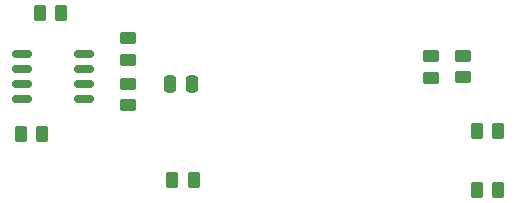
<source format=gbr>
%TF.GenerationSoftware,KiCad,Pcbnew,8.0.7*%
%TF.CreationDate,2025-01-11T10:05:48+01:00*%
%TF.ProjectId,ESP32_Audio_Spectrum_SSD1322,45535033-325f-4417-9564-696f5f537065,rev?*%
%TF.SameCoordinates,Original*%
%TF.FileFunction,Paste,Top*%
%TF.FilePolarity,Positive*%
%FSLAX46Y46*%
G04 Gerber Fmt 4.6, Leading zero omitted, Abs format (unit mm)*
G04 Created by KiCad (PCBNEW 8.0.7) date 2025-01-11 10:05:48*
%MOMM*%
%LPD*%
G01*
G04 APERTURE LIST*
G04 Aperture macros list*
%AMRoundRect*
0 Rectangle with rounded corners*
0 $1 Rounding radius*
0 $2 $3 $4 $5 $6 $7 $8 $9 X,Y pos of 4 corners*
0 Add a 4 corners polygon primitive as box body*
4,1,4,$2,$3,$4,$5,$6,$7,$8,$9,$2,$3,0*
0 Add four circle primitives for the rounded corners*
1,1,$1+$1,$2,$3*
1,1,$1+$1,$4,$5*
1,1,$1+$1,$6,$7*
1,1,$1+$1,$8,$9*
0 Add four rect primitives between the rounded corners*
20,1,$1+$1,$2,$3,$4,$5,0*
20,1,$1+$1,$4,$5,$6,$7,0*
20,1,$1+$1,$6,$7,$8,$9,0*
20,1,$1+$1,$8,$9,$2,$3,0*%
G04 Aperture macros list end*
%ADD10RoundRect,0.250000X0.450000X-0.262500X0.450000X0.262500X-0.450000X0.262500X-0.450000X-0.262500X0*%
%ADD11RoundRect,0.250000X-0.450000X0.262500X-0.450000X-0.262500X0.450000X-0.262500X0.450000X0.262500X0*%
%ADD12RoundRect,0.250000X0.262500X0.450000X-0.262500X0.450000X-0.262500X-0.450000X0.262500X-0.450000X0*%
%ADD13RoundRect,0.250000X0.250000X0.475000X-0.250000X0.475000X-0.250000X-0.475000X0.250000X-0.475000X0*%
%ADD14RoundRect,0.150000X0.675000X0.150000X-0.675000X0.150000X-0.675000X-0.150000X0.675000X-0.150000X0*%
%ADD15RoundRect,0.250000X-0.262500X-0.450000X0.262500X-0.450000X0.262500X0.450000X-0.262500X0.450000X0*%
G04 APERTURE END LIST*
D10*
%TO.C,R5*%
X158495000Y-89460000D03*
X158495000Y-87635000D03*
%TD*%
D11*
%TO.C,R3*%
X158495000Y-91460000D03*
X158495000Y-93285000D03*
%TD*%
D12*
%TO.C,R4*%
X151190000Y-95690000D03*
X149365000Y-95690000D03*
%TD*%
%TO.C,R1*%
X189820000Y-100460000D03*
X187995000Y-100460000D03*
%TD*%
D13*
%TO.C,C1*%
X163895000Y-91460000D03*
X161995000Y-91460000D03*
%TD*%
D14*
%TO.C,U2*%
X154745000Y-92730000D03*
X154745000Y-91460000D03*
X154745000Y-90190000D03*
X154745000Y-88920000D03*
X149495000Y-88920000D03*
X149495000Y-90190000D03*
X149495000Y-91460000D03*
X149495000Y-92730000D03*
%TD*%
D12*
%TO.C,R6*%
X152820000Y-85460000D03*
X150995000Y-85460000D03*
%TD*%
D11*
%TO.C,R8*%
X184130000Y-89130000D03*
X184130000Y-90955000D03*
%TD*%
%TO.C,R9*%
X186800000Y-89100000D03*
X186800000Y-90925000D03*
%TD*%
D12*
%TO.C,R2*%
X189820000Y-95460000D03*
X187995000Y-95460000D03*
%TD*%
D15*
%TO.C,R7*%
X162215000Y-99640000D03*
X164040000Y-99640000D03*
%TD*%
M02*

</source>
